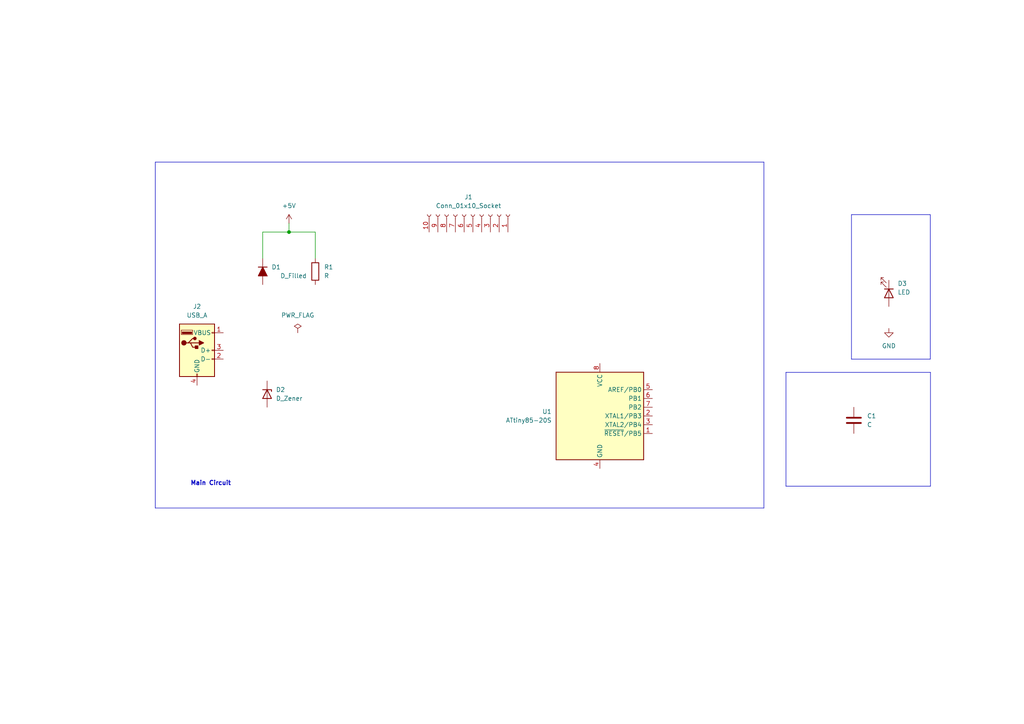
<source format=kicad_sch>
(kicad_sch
	(version 20231120)
	(generator "eeschema")
	(generator_version "8.0")
	(uuid "f2c20679-f28d-47ad-9191-2bfbde129570")
	(paper "A4")
	(title_block
		(date "2024-03-18")
		(rev "version Test2024")
		(company "UCC")
		(comment 1 "proyectoBase2024")
	)
	(lib_symbols
		(symbol "+5V_1"
			(power)
			(pin_names
				(offset 0)
			)
			(exclude_from_sim no)
			(in_bom yes)
			(on_board yes)
			(property "Reference" "#PWR"
				(at 0 -3.81 0)
				(effects
					(font
						(size 1.27 1.27)
					)
					(hide yes)
				)
			)
			(property "Value" "+5V_1"
				(at 0 3.556 0)
				(effects
					(font
						(size 1.27 1.27)
					)
				)
			)
			(property "Footprint" ""
				(at 0 0 0)
				(effects
					(font
						(size 1.27 1.27)
					)
					(hide yes)
				)
			)
			(property "Datasheet" ""
				(at 0 0 0)
				(effects
					(font
						(size 1.27 1.27)
					)
					(hide yes)
				)
			)
			(property "Description" "Power symbol creates a global label with name \"+5V\""
				(at 0 0 0)
				(effects
					(font
						(size 1.27 1.27)
					)
					(hide yes)
				)
			)
			(property "ki_keywords" "global power"
				(at 0 0 0)
				(effects
					(font
						(size 1.27 1.27)
					)
					(hide yes)
				)
			)
			(symbol "+5V_1_0_1"
				(polyline
					(pts
						(xy -0.762 1.27) (xy 0 2.54)
					)
					(stroke
						(width 0)
						(type default)
					)
					(fill
						(type none)
					)
				)
				(polyline
					(pts
						(xy 0 0) (xy 0 2.54)
					)
					(stroke
						(width 0)
						(type default)
					)
					(fill
						(type none)
					)
				)
				(polyline
					(pts
						(xy 0 2.54) (xy 0.762 1.27)
					)
					(stroke
						(width 0)
						(type default)
					)
					(fill
						(type none)
					)
				)
			)
			(symbol "+5V_1_1_1"
				(pin power_in line
					(at 0 0 90)
					(length 0) hide
					(name "+5V"
						(effects
							(font
								(size 1.27 1.27)
							)
						)
					)
					(number "1"
						(effects
							(font
								(size 1.27 1.27)
							)
						)
					)
				)
			)
		)
		(symbol "Connector:Conn_01x10_Socket"
			(pin_names
				(offset 1.016) hide)
			(exclude_from_sim no)
			(in_bom yes)
			(on_board yes)
			(property "Reference" "J"
				(at 0 12.7 0)
				(effects
					(font
						(size 1.27 1.27)
					)
				)
			)
			(property "Value" "Conn_01x10_Socket"
				(at 0 -15.24 0)
				(effects
					(font
						(size 1.27 1.27)
					)
				)
			)
			(property "Footprint" ""
				(at 0 0 0)
				(effects
					(font
						(size 1.27 1.27)
					)
					(hide yes)
				)
			)
			(property "Datasheet" "~"
				(at 0 0 0)
				(effects
					(font
						(size 1.27 1.27)
					)
					(hide yes)
				)
			)
			(property "Description" "Generic connector, single row, 01x10, script generated"
				(at 0 0 0)
				(effects
					(font
						(size 1.27 1.27)
					)
					(hide yes)
				)
			)
			(property "ki_locked" ""
				(at 0 0 0)
				(effects
					(font
						(size 1.27 1.27)
					)
				)
			)
			(property "ki_keywords" "connector"
				(at 0 0 0)
				(effects
					(font
						(size 1.27 1.27)
					)
					(hide yes)
				)
			)
			(property "ki_fp_filters" "Connector*:*_1x??_*"
				(at 0 0 0)
				(effects
					(font
						(size 1.27 1.27)
					)
					(hide yes)
				)
			)
			(symbol "Conn_01x10_Socket_1_1"
				(arc
					(start 0 -12.192)
					(mid -0.5058 -12.7)
					(end 0 -13.208)
					(stroke
						(width 0.1524)
						(type default)
					)
					(fill
						(type none)
					)
				)
				(arc
					(start 0 -9.652)
					(mid -0.5058 -10.16)
					(end 0 -10.668)
					(stroke
						(width 0.1524)
						(type default)
					)
					(fill
						(type none)
					)
				)
				(arc
					(start 0 -7.112)
					(mid -0.5058 -7.62)
					(end 0 -8.128)
					(stroke
						(width 0.1524)
						(type default)
					)
					(fill
						(type none)
					)
				)
				(arc
					(start 0 -4.572)
					(mid -0.5058 -5.08)
					(end 0 -5.588)
					(stroke
						(width 0.1524)
						(type default)
					)
					(fill
						(type none)
					)
				)
				(arc
					(start 0 -2.032)
					(mid -0.5058 -2.54)
					(end 0 -3.048)
					(stroke
						(width 0.1524)
						(type default)
					)
					(fill
						(type none)
					)
				)
				(polyline
					(pts
						(xy -1.27 -12.7) (xy -0.508 -12.7)
					)
					(stroke
						(width 0.1524)
						(type default)
					)
					(fill
						(type none)
					)
				)
				(polyline
					(pts
						(xy -1.27 -10.16) (xy -0.508 -10.16)
					)
					(stroke
						(width 0.1524)
						(type default)
					)
					(fill
						(type none)
					)
				)
				(polyline
					(pts
						(xy -1.27 -7.62) (xy -0.508 -7.62)
					)
					(stroke
						(width 0.1524)
						(type default)
					)
					(fill
						(type none)
					)
				)
				(polyline
					(pts
						(xy -1.27 -5.08) (xy -0.508 -5.08)
					)
					(stroke
						(width 0.1524)
						(type default)
					)
					(fill
						(type none)
					)
				)
				(polyline
					(pts
						(xy -1.27 -2.54) (xy -0.508 -2.54)
					)
					(stroke
						(width 0.1524)
						(type default)
					)
					(fill
						(type none)
					)
				)
				(polyline
					(pts
						(xy -1.27 0) (xy -0.508 0)
					)
					(stroke
						(width 0.1524)
						(type default)
					)
					(fill
						(type none)
					)
				)
				(polyline
					(pts
						(xy -1.27 2.54) (xy -0.508 2.54)
					)
					(stroke
						(width 0.1524)
						(type default)
					)
					(fill
						(type none)
					)
				)
				(polyline
					(pts
						(xy -1.27 5.08) (xy -0.508 5.08)
					)
					(stroke
						(width 0.1524)
						(type default)
					)
					(fill
						(type none)
					)
				)
				(polyline
					(pts
						(xy -1.27 7.62) (xy -0.508 7.62)
					)
					(stroke
						(width 0.1524)
						(type default)
					)
					(fill
						(type none)
					)
				)
				(polyline
					(pts
						(xy -1.27 10.16) (xy -0.508 10.16)
					)
					(stroke
						(width 0.1524)
						(type default)
					)
					(fill
						(type none)
					)
				)
				(arc
					(start 0 0.508)
					(mid -0.5058 0)
					(end 0 -0.508)
					(stroke
						(width 0.1524)
						(type default)
					)
					(fill
						(type none)
					)
				)
				(arc
					(start 0 3.048)
					(mid -0.5058 2.54)
					(end 0 2.032)
					(stroke
						(width 0.1524)
						(type default)
					)
					(fill
						(type none)
					)
				)
				(arc
					(start 0 5.588)
					(mid -0.5058 5.08)
					(end 0 4.572)
					(stroke
						(width 0.1524)
						(type default)
					)
					(fill
						(type none)
					)
				)
				(arc
					(start 0 8.128)
					(mid -0.5058 7.62)
					(end 0 7.112)
					(stroke
						(width 0.1524)
						(type default)
					)
					(fill
						(type none)
					)
				)
				(arc
					(start 0 10.668)
					(mid -0.5058 10.16)
					(end 0 9.652)
					(stroke
						(width 0.1524)
						(type default)
					)
					(fill
						(type none)
					)
				)
				(pin passive line
					(at -5.08 10.16 0)
					(length 3.81)
					(name "Pin_1"
						(effects
							(font
								(size 1.27 1.27)
							)
						)
					)
					(number "1"
						(effects
							(font
								(size 1.27 1.27)
							)
						)
					)
				)
				(pin passive line
					(at -5.08 -12.7 0)
					(length 3.81)
					(name "Pin_10"
						(effects
							(font
								(size 1.27 1.27)
							)
						)
					)
					(number "10"
						(effects
							(font
								(size 1.27 1.27)
							)
						)
					)
				)
				(pin passive line
					(at -5.08 7.62 0)
					(length 3.81)
					(name "Pin_2"
						(effects
							(font
								(size 1.27 1.27)
							)
						)
					)
					(number "2"
						(effects
							(font
								(size 1.27 1.27)
							)
						)
					)
				)
				(pin passive line
					(at -5.08 5.08 0)
					(length 3.81)
					(name "Pin_3"
						(effects
							(font
								(size 1.27 1.27)
							)
						)
					)
					(number "3"
						(effects
							(font
								(size 1.27 1.27)
							)
						)
					)
				)
				(pin passive line
					(at -5.08 2.54 0)
					(length 3.81)
					(name "Pin_4"
						(effects
							(font
								(size 1.27 1.27)
							)
						)
					)
					(number "4"
						(effects
							(font
								(size 1.27 1.27)
							)
						)
					)
				)
				(pin passive line
					(at -5.08 0 0)
					(length 3.81)
					(name "Pin_5"
						(effects
							(font
								(size 1.27 1.27)
							)
						)
					)
					(number "5"
						(effects
							(font
								(size 1.27 1.27)
							)
						)
					)
				)
				(pin passive line
					(at -5.08 -2.54 0)
					(length 3.81)
					(name "Pin_6"
						(effects
							(font
								(size 1.27 1.27)
							)
						)
					)
					(number "6"
						(effects
							(font
								(size 1.27 1.27)
							)
						)
					)
				)
				(pin passive line
					(at -5.08 -5.08 0)
					(length 3.81)
					(name "Pin_7"
						(effects
							(font
								(size 1.27 1.27)
							)
						)
					)
					(number "7"
						(effects
							(font
								(size 1.27 1.27)
							)
						)
					)
				)
				(pin passive line
					(at -5.08 -7.62 0)
					(length 3.81)
					(name "Pin_8"
						(effects
							(font
								(size 1.27 1.27)
							)
						)
					)
					(number "8"
						(effects
							(font
								(size 1.27 1.27)
							)
						)
					)
				)
				(pin passive line
					(at -5.08 -10.16 0)
					(length 3.81)
					(name "Pin_9"
						(effects
							(font
								(size 1.27 1.27)
							)
						)
					)
					(number "9"
						(effects
							(font
								(size 1.27 1.27)
							)
						)
					)
				)
			)
		)
		(symbol "Connector:USB_A"
			(pin_names
				(offset 1.016)
			)
			(exclude_from_sim no)
			(in_bom yes)
			(on_board yes)
			(property "Reference" "J2"
				(at 0 12.7 0)
				(effects
					(font
						(size 1.27 1.27)
					)
				)
			)
			(property "Value" "USB_A"
				(at 0 10.16 0)
				(effects
					(font
						(size 1.27 1.27)
					)
				)
			)
			(property "Footprint" ""
				(at 3.81 -1.27 0)
				(effects
					(font
						(size 1.27 1.27)
					)
					(hide yes)
				)
			)
			(property "Datasheet" " ~"
				(at 3.81 -1.27 0)
				(effects
					(font
						(size 1.27 1.27)
					)
					(hide yes)
				)
			)
			(property "Description" "USB Type A connector"
				(at 0 0 0)
				(effects
					(font
						(size 1.27 1.27)
					)
					(hide yes)
				)
			)
			(property "ki_keywords" "connector USB"
				(at 0 0 0)
				(effects
					(font
						(size 1.27 1.27)
					)
					(hide yes)
				)
			)
			(property "ki_fp_filters" "USB*"
				(at 0 0 0)
				(effects
					(font
						(size 1.27 1.27)
					)
					(hide yes)
				)
			)
			(symbol "USB_A_0_1"
				(rectangle
					(start -5.08 -7.62)
					(end 5.08 7.62)
					(stroke
						(width 0.254)
						(type default)
					)
					(fill
						(type background)
					)
				)
				(circle
					(center -3.81 2.159)
					(radius 0.635)
					(stroke
						(width 0.254)
						(type default)
					)
					(fill
						(type outline)
					)
				)
				(rectangle
					(start -1.524 4.826)
					(end -4.318 5.334)
					(stroke
						(width 0)
						(type default)
					)
					(fill
						(type outline)
					)
				)
				(rectangle
					(start -1.27 4.572)
					(end -4.572 5.842)
					(stroke
						(width 0)
						(type default)
					)
					(fill
						(type none)
					)
				)
				(circle
					(center -0.635 3.429)
					(radius 0.381)
					(stroke
						(width 0.254)
						(type default)
					)
					(fill
						(type outline)
					)
				)
				(rectangle
					(start -0.127 -7.62)
					(end 0.127 -6.858)
					(stroke
						(width 0)
						(type default)
					)
					(fill
						(type none)
					)
				)
				(polyline
					(pts
						(xy -3.175 2.159) (xy -2.54 2.159) (xy -1.27 3.429) (xy -0.635 3.429)
					)
					(stroke
						(width 0.254)
						(type default)
					)
					(fill
						(type none)
					)
				)
				(polyline
					(pts
						(xy -2.54 2.159) (xy -1.905 2.159) (xy -1.27 0.889) (xy 0 0.889)
					)
					(stroke
						(width 0.254)
						(type default)
					)
					(fill
						(type none)
					)
				)
				(polyline
					(pts
						(xy 0.635 2.794) (xy 0.635 1.524) (xy 1.905 2.159) (xy 0.635 2.794)
					)
					(stroke
						(width 0.254)
						(type default)
					)
					(fill
						(type outline)
					)
				)
				(rectangle
					(start 0.254 1.27)
					(end -0.508 0.508)
					(stroke
						(width 0.254)
						(type default)
					)
					(fill
						(type outline)
					)
				)
				(rectangle
					(start 5.08 -2.667)
					(end 4.318 -2.413)
					(stroke
						(width 0)
						(type default)
					)
					(fill
						(type none)
					)
				)
				(rectangle
					(start 5.08 -0.127)
					(end 4.318 0.127)
					(stroke
						(width 0)
						(type default)
					)
					(fill
						(type none)
					)
				)
				(rectangle
					(start 5.08 4.953)
					(end 4.318 5.207)
					(stroke
						(width 0)
						(type default)
					)
					(fill
						(type none)
					)
				)
			)
			(symbol "USB_A_1_1"
				(polyline
					(pts
						(xy -1.905 2.159) (xy 0.635 2.159)
					)
					(stroke
						(width 0.254)
						(type default)
					)
					(fill
						(type none)
					)
				)
				(pin power_in line
					(at 7.62 5.08 180)
					(length 2.54)
					(name "VBUS"
						(effects
							(font
								(size 1.27 1.27)
							)
						)
					)
					(number "1"
						(effects
							(font
								(size 1.27 1.27)
							)
						)
					)
				)
				(pin bidirectional line
					(at 7.62 -2.54 180)
					(length 2.54)
					(name "D-"
						(effects
							(font
								(size 1.27 1.27)
							)
						)
					)
					(number "2"
						(effects
							(font
								(size 1.27 1.27)
							)
						)
					)
				)
				(pin bidirectional line
					(at 7.62 0 180)
					(length 2.54)
					(name "D+"
						(effects
							(font
								(size 1.27 1.27)
							)
						)
					)
					(number "3"
						(effects
							(font
								(size 1.27 1.27)
							)
						)
					)
				)
				(pin power_in line
					(at 0 -10.16 90)
					(length 2.54)
					(name "GND"
						(effects
							(font
								(size 1.27 1.27)
							)
						)
					)
					(number "4"
						(effects
							(font
								(size 1.27 1.27)
							)
						)
					)
				)
			)
		)
		(symbol "D_Filled_1"
			(pin_numbers hide)
			(pin_names
				(offset 1.016) hide)
			(exclude_from_sim no)
			(in_bom yes)
			(on_board yes)
			(property "Reference" "D"
				(at 0 2.54 0)
				(effects
					(font
						(size 1.27 1.27)
					)
				)
			)
			(property "Value" "D_Filled"
				(at 0 -2.54 0)
				(effects
					(font
						(size 1.27 1.27)
					)
				)
			)
			(property "Footprint" ""
				(at 0 0 0)
				(effects
					(font
						(size 1.27 1.27)
					)
					(hide yes)
				)
			)
			(property "Datasheet" "~"
				(at 0 0 0)
				(effects
					(font
						(size 1.27 1.27)
					)
					(hide yes)
				)
			)
			(property "Description" "Diode, filled shape"
				(at 0 0 0)
				(effects
					(font
						(size 1.27 1.27)
					)
					(hide yes)
				)
			)
			(property "Sim.Device" "D"
				(at 0 0 0)
				(effects
					(font
						(size 1.27 1.27)
					)
					(hide yes)
				)
			)
			(property "Sim.Pins" "1=K 2=A"
				(at 0 0 0)
				(effects
					(font
						(size 1.27 1.27)
					)
					(hide yes)
				)
			)
			(property "ki_keywords" "diode"
				(at 0 0 0)
				(effects
					(font
						(size 1.27 1.27)
					)
					(hide yes)
				)
			)
			(property "ki_fp_filters" "TO-???* *_Diode_* *SingleDiode* D_*"
				(at 0 0 0)
				(effects
					(font
						(size 1.27 1.27)
					)
					(hide yes)
				)
			)
			(symbol "D_Filled_1_0_1"
				(polyline
					(pts
						(xy -1.27 1.27) (xy -1.27 -1.27)
					)
					(stroke
						(width 0.254)
						(type default)
					)
					(fill
						(type none)
					)
				)
				(polyline
					(pts
						(xy 1.27 0) (xy -1.27 0)
					)
					(stroke
						(width 0)
						(type default)
					)
					(fill
						(type none)
					)
				)
				(polyline
					(pts
						(xy 1.27 1.27) (xy 1.27 -1.27) (xy -1.27 0) (xy 1.27 1.27)
					)
					(stroke
						(width 0.254)
						(type default)
					)
					(fill
						(type outline)
					)
				)
			)
			(symbol "D_Filled_1_1_1"
				(pin passive line
					(at -3.81 0 0)
					(length 2.54)
					(name "K"
						(effects
							(font
								(size 1.27 1.27)
							)
						)
					)
					(number "1"
						(effects
							(font
								(size 1.27 1.27)
							)
						)
					)
				)
				(pin passive line
					(at 3.81 0 180)
					(length 2.54)
					(name "A"
						(effects
							(font
								(size 1.27 1.27)
							)
						)
					)
					(number "2"
						(effects
							(font
								(size 1.27 1.27)
							)
						)
					)
				)
			)
		)
		(symbol "Device:C"
			(pin_numbers hide)
			(pin_names
				(offset 0.254)
			)
			(exclude_from_sim no)
			(in_bom yes)
			(on_board yes)
			(property "Reference" "C"
				(at 0.635 2.54 0)
				(effects
					(font
						(size 1.27 1.27)
					)
					(justify left)
				)
			)
			(property "Value" "C"
				(at 0.635 -2.54 0)
				(effects
					(font
						(size 1.27 1.27)
					)
					(justify left)
				)
			)
			(property "Footprint" ""
				(at 0.9652 -3.81 0)
				(effects
					(font
						(size 1.27 1.27)
					)
					(hide yes)
				)
			)
			(property "Datasheet" "~"
				(at 0 0 0)
				(effects
					(font
						(size 1.27 1.27)
					)
					(hide yes)
				)
			)
			(property "Description" "Unpolarized capacitor"
				(at 0 0 0)
				(effects
					(font
						(size 1.27 1.27)
					)
					(hide yes)
				)
			)
			(property "ki_keywords" "cap capacitor"
				(at 0 0 0)
				(effects
					(font
						(size 1.27 1.27)
					)
					(hide yes)
				)
			)
			(property "ki_fp_filters" "C_*"
				(at 0 0 0)
				(effects
					(font
						(size 1.27 1.27)
					)
					(hide yes)
				)
			)
			(symbol "C_0_1"
				(polyline
					(pts
						(xy -2.032 -0.762) (xy 2.032 -0.762)
					)
					(stroke
						(width 0.508)
						(type default)
					)
					(fill
						(type none)
					)
				)
				(polyline
					(pts
						(xy -2.032 0.762) (xy 2.032 0.762)
					)
					(stroke
						(width 0.508)
						(type default)
					)
					(fill
						(type none)
					)
				)
			)
			(symbol "C_1_1"
				(pin passive line
					(at 0 3.81 270)
					(length 2.794)
					(name "~"
						(effects
							(font
								(size 1.27 1.27)
							)
						)
					)
					(number "1"
						(effects
							(font
								(size 1.27 1.27)
							)
						)
					)
				)
				(pin passive line
					(at 0 -3.81 90)
					(length 2.794)
					(name "~"
						(effects
							(font
								(size 1.27 1.27)
							)
						)
					)
					(number "2"
						(effects
							(font
								(size 1.27 1.27)
							)
						)
					)
				)
			)
		)
		(symbol "Device:D_Zener"
			(pin_numbers hide)
			(pin_names
				(offset 1.016) hide)
			(exclude_from_sim no)
			(in_bom yes)
			(on_board yes)
			(property "Reference" "D"
				(at 0 2.54 0)
				(effects
					(font
						(size 1.27 1.27)
					)
				)
			)
			(property "Value" "D_Zener"
				(at 0 -2.54 0)
				(effects
					(font
						(size 1.27 1.27)
					)
				)
			)
			(property "Footprint" ""
				(at 0 0 0)
				(effects
					(font
						(size 1.27 1.27)
					)
					(hide yes)
				)
			)
			(property "Datasheet" "~"
				(at 0 0 0)
				(effects
					(font
						(size 1.27 1.27)
					)
					(hide yes)
				)
			)
			(property "Description" "Zener diode"
				(at 0 0 0)
				(effects
					(font
						(size 1.27 1.27)
					)
					(hide yes)
				)
			)
			(property "ki_keywords" "diode"
				(at 0 0 0)
				(effects
					(font
						(size 1.27 1.27)
					)
					(hide yes)
				)
			)
			(property "ki_fp_filters" "TO-???* *_Diode_* *SingleDiode* D_*"
				(at 0 0 0)
				(effects
					(font
						(size 1.27 1.27)
					)
					(hide yes)
				)
			)
			(symbol "D_Zener_0_1"
				(polyline
					(pts
						(xy 1.27 0) (xy -1.27 0)
					)
					(stroke
						(width 0)
						(type default)
					)
					(fill
						(type none)
					)
				)
				(polyline
					(pts
						(xy -1.27 -1.27) (xy -1.27 1.27) (xy -0.762 1.27)
					)
					(stroke
						(width 0.254)
						(type default)
					)
					(fill
						(type none)
					)
				)
				(polyline
					(pts
						(xy 1.27 -1.27) (xy 1.27 1.27) (xy -1.27 0) (xy 1.27 -1.27)
					)
					(stroke
						(width 0.254)
						(type default)
					)
					(fill
						(type none)
					)
				)
			)
			(symbol "D_Zener_1_1"
				(pin passive line
					(at -3.81 0 0)
					(length 2.54)
					(name "K"
						(effects
							(font
								(size 1.27 1.27)
							)
						)
					)
					(number "1"
						(effects
							(font
								(size 1.27 1.27)
							)
						)
					)
				)
				(pin passive line
					(at 3.81 0 180)
					(length 2.54)
					(name "A"
						(effects
							(font
								(size 1.27 1.27)
							)
						)
					)
					(number "2"
						(effects
							(font
								(size 1.27 1.27)
							)
						)
					)
				)
			)
		)
		(symbol "Device:LED"
			(pin_numbers hide)
			(pin_names
				(offset 1.016) hide)
			(exclude_from_sim no)
			(in_bom yes)
			(on_board yes)
			(property "Reference" "D"
				(at 0 2.54 0)
				(effects
					(font
						(size 1.27 1.27)
					)
				)
			)
			(property "Value" "LED"
				(at 0 -2.54 0)
				(effects
					(font
						(size 1.27 1.27)
					)
				)
			)
			(property "Footprint" ""
				(at 0 0 0)
				(effects
					(font
						(size 1.27 1.27)
					)
					(hide yes)
				)
			)
			(property "Datasheet" "~"
				(at 0 0 0)
				(effects
					(font
						(size 1.27 1.27)
					)
					(hide yes)
				)
			)
			(property "Description" "Light emitting diode"
				(at 0 0 0)
				(effects
					(font
						(size 1.27 1.27)
					)
					(hide yes)
				)
			)
			(property "ki_keywords" "LED diode"
				(at 0 0 0)
				(effects
					(font
						(size 1.27 1.27)
					)
					(hide yes)
				)
			)
			(property "ki_fp_filters" "LED* LED_SMD:* LED_THT:*"
				(at 0 0 0)
				(effects
					(font
						(size 1.27 1.27)
					)
					(hide yes)
				)
			)
			(symbol "LED_0_1"
				(polyline
					(pts
						(xy -1.27 -1.27) (xy -1.27 1.27)
					)
					(stroke
						(width 0.254)
						(type default)
					)
					(fill
						(type none)
					)
				)
				(polyline
					(pts
						(xy -1.27 0) (xy 1.27 0)
					)
					(stroke
						(width 0)
						(type default)
					)
					(fill
						(type none)
					)
				)
				(polyline
					(pts
						(xy 1.27 -1.27) (xy 1.27 1.27) (xy -1.27 0) (xy 1.27 -1.27)
					)
					(stroke
						(width 0.254)
						(type default)
					)
					(fill
						(type none)
					)
				)
				(polyline
					(pts
						(xy -3.048 -0.762) (xy -4.572 -2.286) (xy -3.81 -2.286) (xy -4.572 -2.286) (xy -4.572 -1.524)
					)
					(stroke
						(width 0)
						(type default)
					)
					(fill
						(type none)
					)
				)
				(polyline
					(pts
						(xy -1.778 -0.762) (xy -3.302 -2.286) (xy -2.54 -2.286) (xy -3.302 -2.286) (xy -3.302 -1.524)
					)
					(stroke
						(width 0)
						(type default)
					)
					(fill
						(type none)
					)
				)
			)
			(symbol "LED_1_1"
				(pin passive line
					(at -3.81 0 0)
					(length 2.54)
					(name "K"
						(effects
							(font
								(size 1.27 1.27)
							)
						)
					)
					(number "1"
						(effects
							(font
								(size 1.27 1.27)
							)
						)
					)
				)
				(pin passive line
					(at 3.81 0 180)
					(length 2.54)
					(name "A"
						(effects
							(font
								(size 1.27 1.27)
							)
						)
					)
					(number "2"
						(effects
							(font
								(size 1.27 1.27)
							)
						)
					)
				)
			)
		)
		(symbol "Device:R"
			(pin_numbers hide)
			(pin_names
				(offset 0)
			)
			(exclude_from_sim no)
			(in_bom yes)
			(on_board yes)
			(property "Reference" "R"
				(at 2.032 0 90)
				(effects
					(font
						(size 1.27 1.27)
					)
				)
			)
			(property "Value" "R"
				(at 0 0 90)
				(effects
					(font
						(size 1.27 1.27)
					)
				)
			)
			(property "Footprint" ""
				(at -1.778 0 90)
				(effects
					(font
						(size 1.27 1.27)
					)
					(hide yes)
				)
			)
			(property "Datasheet" "~"
				(at 0 0 0)
				(effects
					(font
						(size 1.27 1.27)
					)
					(hide yes)
				)
			)
			(property "Description" "Resistor"
				(at 0 0 0)
				(effects
					(font
						(size 1.27 1.27)
					)
					(hide yes)
				)
			)
			(property "ki_keywords" "R res resistor"
				(at 0 0 0)
				(effects
					(font
						(size 1.27 1.27)
					)
					(hide yes)
				)
			)
			(property "ki_fp_filters" "R_*"
				(at 0 0 0)
				(effects
					(font
						(size 1.27 1.27)
					)
					(hide yes)
				)
			)
			(symbol "R_0_1"
				(rectangle
					(start -1.016 -2.54)
					(end 1.016 2.54)
					(stroke
						(width 0.254)
						(type default)
					)
					(fill
						(type none)
					)
				)
			)
			(symbol "R_1_1"
				(pin passive line
					(at 0 3.81 270)
					(length 1.27)
					(name "~"
						(effects
							(font
								(size 1.27 1.27)
							)
						)
					)
					(number "1"
						(effects
							(font
								(size 1.27 1.27)
							)
						)
					)
				)
				(pin passive line
					(at 0 -3.81 90)
					(length 1.27)
					(name "~"
						(effects
							(font
								(size 1.27 1.27)
							)
						)
					)
					(number "2"
						(effects
							(font
								(size 1.27 1.27)
							)
						)
					)
				)
			)
		)
		(symbol "GND_1"
			(power)
			(pin_names
				(offset 0)
			)
			(exclude_from_sim no)
			(in_bom yes)
			(on_board yes)
			(property "Reference" "#PWR"
				(at 0 -6.35 0)
				(effects
					(font
						(size 1.27 1.27)
					)
					(hide yes)
				)
			)
			(property "Value" "GND_1"
				(at 0 -3.81 0)
				(effects
					(font
						(size 1.27 1.27)
					)
				)
			)
			(property "Footprint" ""
				(at 0 0 0)
				(effects
					(font
						(size 1.27 1.27)
					)
					(hide yes)
				)
			)
			(property "Datasheet" ""
				(at 0 0 0)
				(effects
					(font
						(size 1.27 1.27)
					)
					(hide yes)
				)
			)
			(property "Description" "Power symbol creates a global label with name \"GND\" , ground"
				(at 0 0 0)
				(effects
					(font
						(size 1.27 1.27)
					)
					(hide yes)
				)
			)
			(property "ki_keywords" "global power"
				(at 0 0 0)
				(effects
					(font
						(size 1.27 1.27)
					)
					(hide yes)
				)
			)
			(symbol "GND_1_0_1"
				(polyline
					(pts
						(xy 0 0) (xy 0 -1.27) (xy 1.27 -1.27) (xy 0 -2.54) (xy -1.27 -1.27) (xy 0 -1.27)
					)
					(stroke
						(width 0)
						(type default)
					)
					(fill
						(type none)
					)
				)
			)
			(symbol "GND_1_1_1"
				(pin power_in line
					(at 0 0 270)
					(length 0) hide
					(name "GND"
						(effects
							(font
								(size 1.27 1.27)
							)
						)
					)
					(number "1"
						(effects
							(font
								(size 1.27 1.27)
							)
						)
					)
				)
			)
		)
		(symbol "MCU_Microchip_ATtiny:ATtiny85-20S"
			(exclude_from_sim no)
			(in_bom yes)
			(on_board yes)
			(property "Reference" "U"
				(at -12.7 13.97 0)
				(effects
					(font
						(size 1.27 1.27)
					)
					(justify left bottom)
				)
			)
			(property "Value" "ATtiny85-20S"
				(at 2.54 -13.97 0)
				(effects
					(font
						(size 1.27 1.27)
					)
					(justify left top)
				)
			)
			(property "Footprint" "Package_SO:SOIC-8W_5.3x5.3mm_P1.27mm"
				(at 0 0 0)
				(effects
					(font
						(size 1.27 1.27)
						(italic yes)
					)
					(hide yes)
				)
			)
			(property "Datasheet" "http://ww1.microchip.com/downloads/en/DeviceDoc/atmel-2586-avr-8-bit-microcontroller-attiny25-attiny45-attiny85_datasheet.pdf"
				(at 0 0 0)
				(effects
					(font
						(size 1.27 1.27)
					)
					(hide yes)
				)
			)
			(property "Description" "20MHz, 8kB Flash, 512B SRAM, 512B EEPROM, debugWIRE, SOIC-8W"
				(at 0 0 0)
				(effects
					(font
						(size 1.27 1.27)
					)
					(hide yes)
				)
			)
			(property "ki_keywords" "AVR 8bit Microcontroller tinyAVR"
				(at 0 0 0)
				(effects
					(font
						(size 1.27 1.27)
					)
					(hide yes)
				)
			)
			(property "ki_fp_filters" "SOIC*5.3x5.3mm*P1.27mm*"
				(at 0 0 0)
				(effects
					(font
						(size 1.27 1.27)
					)
					(hide yes)
				)
			)
			(symbol "ATtiny85-20S_0_1"
				(rectangle
					(start -12.7 -12.7)
					(end 12.7 12.7)
					(stroke
						(width 0.254)
						(type default)
					)
					(fill
						(type background)
					)
				)
			)
			(symbol "ATtiny85-20S_1_1"
				(pin bidirectional line
					(at 15.24 -5.08 180)
					(length 2.54)
					(name "~{RESET}/PB5"
						(effects
							(font
								(size 1.27 1.27)
							)
						)
					)
					(number "1"
						(effects
							(font
								(size 1.27 1.27)
							)
						)
					)
				)
				(pin bidirectional line
					(at 15.24 0 180)
					(length 2.54)
					(name "XTAL1/PB3"
						(effects
							(font
								(size 1.27 1.27)
							)
						)
					)
					(number "2"
						(effects
							(font
								(size 1.27 1.27)
							)
						)
					)
				)
				(pin bidirectional line
					(at 15.24 -2.54 180)
					(length 2.54)
					(name "XTAL2/PB4"
						(effects
							(font
								(size 1.27 1.27)
							)
						)
					)
					(number "3"
						(effects
							(font
								(size 1.27 1.27)
							)
						)
					)
				)
				(pin power_in line
					(at 0 -15.24 90)
					(length 2.54)
					(name "GND"
						(effects
							(font
								(size 1.27 1.27)
							)
						)
					)
					(number "4"
						(effects
							(font
								(size 1.27 1.27)
							)
						)
					)
				)
				(pin bidirectional line
					(at 15.24 7.62 180)
					(length 2.54)
					(name "AREF/PB0"
						(effects
							(font
								(size 1.27 1.27)
							)
						)
					)
					(number "5"
						(effects
							(font
								(size 1.27 1.27)
							)
						)
					)
				)
				(pin bidirectional line
					(at 15.24 5.08 180)
					(length 2.54)
					(name "PB1"
						(effects
							(font
								(size 1.27 1.27)
							)
						)
					)
					(number "6"
						(effects
							(font
								(size 1.27 1.27)
							)
						)
					)
				)
				(pin bidirectional line
					(at 15.24 2.54 180)
					(length 2.54)
					(name "PB2"
						(effects
							(font
								(size 1.27 1.27)
							)
						)
					)
					(number "7"
						(effects
							(font
								(size 1.27 1.27)
							)
						)
					)
				)
				(pin power_in line
					(at 0 15.24 270)
					(length 2.54)
					(name "VCC"
						(effects
							(font
								(size 1.27 1.27)
							)
						)
					)
					(number "8"
						(effects
							(font
								(size 1.27 1.27)
							)
						)
					)
				)
			)
		)
		(symbol "PWR_FLAG_1"
			(power)
			(pin_numbers hide)
			(pin_names
				(offset 0) hide)
			(exclude_from_sim no)
			(in_bom yes)
			(on_board yes)
			(property "Reference" "#FLG"
				(at 0 1.905 0)
				(effects
					(font
						(size 1.27 1.27)
					)
					(hide yes)
				)
			)
			(property "Value" "PWR_FLAG_1"
				(at 0 3.81 0)
				(effects
					(font
						(size 1.27 1.27)
					)
				)
			)
			(property "Footprint" ""
				(at 0 0 0)
				(effects
					(font
						(size 1.27 1.27)
					)
					(hide yes)
				)
			)
			(property "Datasheet" "~"
				(at 0 0 0)
				(effects
					(font
						(size 1.27 1.27)
					)
					(hide yes)
				)
			)
			(property "Description" "Special symbol for telling ERC where power comes from"
				(at 0 0 0)
				(effects
					(font
						(size 1.27 1.27)
					)
					(hide yes)
				)
			)
			(property "ki_keywords" "flag power"
				(at 0 0 0)
				(effects
					(font
						(size 1.27 1.27)
					)
					(hide yes)
				)
			)
			(symbol "PWR_FLAG_1_0_0"
				(pin power_out line
					(at 0 0 90)
					(length 0)
					(name "pwr"
						(effects
							(font
								(size 1.27 1.27)
							)
						)
					)
					(number "1"
						(effects
							(font
								(size 1.27 1.27)
							)
						)
					)
				)
			)
			(symbol "PWR_FLAG_1_0_1"
				(polyline
					(pts
						(xy 0 0) (xy 0 1.27) (xy -1.016 1.905) (xy 0 2.54) (xy 1.016 1.905) (xy 0 1.27)
					)
					(stroke
						(width 0)
						(type default)
					)
					(fill
						(type none)
					)
				)
			)
		)
	)
	(junction
		(at 83.82 67.31)
		(diameter 0)
		(color 0 0 0 0)
		(uuid "45e23898-725d-4312-9589-842bbc39b85b")
	)
	(polyline
		(pts
			(xy 45.0342 147.3454) (xy 45.0342 47.0154)
		)
		(stroke
			(width 0)
			(type default)
		)
		(uuid "12c67071-fe67-4f47-a0ca-3ef1ab2bc966")
	)
	(polyline
		(pts
			(xy 221.5642 47.0154) (xy 221.5642 147.3454)
		)
		(stroke
			(width 0)
			(type default)
		)
		(uuid "1f5f82f7-3c3e-40e2-9a00-ce83a042d5ac")
	)
	(wire
		(pts
			(xy 83.82 64.77) (xy 83.82 67.31)
		)
		(stroke
			(width 0)
			(type default)
		)
		(uuid "410248ad-2904-4812-8d85-850535af93ee")
	)
	(wire
		(pts
			(xy 76.2 67.31) (xy 76.2 74.93)
		)
		(stroke
			(width 0)
			(type default)
		)
		(uuid "4c2df597-1210-449c-9045-650fb6953e19")
	)
	(polyline
		(pts
			(xy 269.8242 62.2554) (xy 269.8242 104.1654)
		)
		(stroke
			(width 0)
			(type default)
		)
		(uuid "4eb3e81b-c3fe-4e85-853e-9ce32520e02d")
	)
	(polyline
		(pts
			(xy 227.965 108.0008) (xy 269.875 108.0008)
		)
		(stroke
			(width 0)
			(type default)
		)
		(uuid "654c2277-b153-442b-b460-0cc1001e1bfe")
	)
	(wire
		(pts
			(xy 91.44 74.93) (xy 91.44 67.31)
		)
		(stroke
			(width 0)
			(type default)
		)
		(uuid "665d1084-3d66-40eb-90e9-0b52b7697f60")
	)
	(polyline
		(pts
			(xy 269.8242 104.1654) (xy 246.9642 104.1654)
		)
		(stroke
			(width 0)
			(type default)
		)
		(uuid "73b21d52-5af1-4324-ac82-7fc4e93bc07a")
	)
	(polyline
		(pts
			(xy 227.965 141.0208) (xy 227.965 108.0008)
		)
		(stroke
			(width 0)
			(type default)
		)
		(uuid "7b5ddeea-8245-4000-8222-3f545ae9a1f4")
	)
	(polyline
		(pts
			(xy 221.5642 147.3454) (xy 45.0342 147.3454)
		)
		(stroke
			(width 0)
			(type default)
		)
		(uuid "7ebb2a4f-8cb5-40c6-9206-e43704b68921")
	)
	(wire
		(pts
			(xy 91.44 67.31) (xy 83.82 67.31)
		)
		(stroke
			(width 0)
			(type default)
		)
		(uuid "8de918df-97f3-401f-978b-270bad6ea405")
	)
	(wire
		(pts
			(xy 83.82 67.31) (xy 76.2 67.31)
		)
		(stroke
			(width 0)
			(type default)
		)
		(uuid "b11c46b5-30da-4c8b-87c3-78881e57a632")
	)
	(polyline
		(pts
			(xy 246.9642 104.1654) (xy 246.9642 62.2554)
		)
		(stroke
			(width 0)
			(type default)
		)
		(uuid "c289a2e8-800f-459f-8e02-e4181254dd67")
	)
	(polyline
		(pts
			(xy 246.9642 62.2554) (xy 269.8242 62.2554)
		)
		(stroke
			(width 0)
			(type default)
		)
		(uuid "c5196035-626d-4878-af78-a964605d27be")
	)
	(polyline
		(pts
			(xy 269.875 108.0008) (xy 269.875 141.0208)
		)
		(stroke
			(width 0)
			(type default)
		)
		(uuid "eaa8bceb-f274-422b-90fd-fe4877b72009")
	)
	(polyline
		(pts
			(xy 45.0342 47.0154) (xy 221.5642 47.0154)
		)
		(stroke
			(width 0)
			(type default)
		)
		(uuid "ed367599-b43c-449a-9a14-78d4b79558be")
	)
	(polyline
		(pts
			(xy 269.875 141.0208) (xy 227.965 141.0208)
		)
		(stroke
			(width 0)
			(type default)
		)
		(uuid "f518fdf6-0ceb-48a0-bbc6-ad5fd27a602e")
	)
	(text "Main Circuit"
		(exclude_from_sim no)
		(at 55.1942 140.9954 0)
		(effects
			(font
				(size 1.27 1.27)
				(thickness 0.254)
				(bold yes)
			)
			(justify left bottom)
		)
		(uuid "39ea4496-1b44-485f-ab4a-73accbcc9f99")
	)
	(symbol
		(lib_id "Device:LED")
		(at 257.81 85.09 270)
		(unit 1)
		(exclude_from_sim no)
		(in_bom yes)
		(on_board yes)
		(dnp no)
		(fields_autoplaced yes)
		(uuid "10997108-4d28-41d5-89fd-26fd3e77510d")
		(property "Reference" "D3"
			(at 260.35 82.2325 90)
			(effects
				(font
					(size 1.27 1.27)
				)
				(justify left)
			)
		)
		(property "Value" "LED"
			(at 260.35 84.7725 90)
			(effects
				(font
					(size 1.27 1.27)
				)
				(justify left)
			)
		)
		(property "Footprint" "ledSmd:ledSMD"
			(at 257.81 85.09 0)
			(effects
				(font
					(size 1.27 1.27)
				)
				(hide yes)
			)
		)
		(property "Datasheet" "~"
			(at 257.81 85.09 0)
			(effects
				(font
					(size 1.27 1.27)
				)
				(hide yes)
			)
		)
		(property "Description" ""
			(at 257.81 85.09 0)
			(effects
				(font
					(size 1.27 1.27)
				)
				(hide yes)
			)
		)
		(pin "1"
			(uuid "5fdbb483-66f9-4384-8395-149ad1d2495b")
		)
		(pin "2"
			(uuid "d69da8c4-b4ec-4af5-a00c-745dacc97d94")
		)
		(instances
			(project "UccMicroDuino"
				(path "/f2c20679-f28d-47ad-9191-2bfbde129570"
					(reference "D3")
					(unit 1)
				)
			)
		)
	)
	(symbol
		(lib_id "Device:R")
		(at 91.44 78.74 0)
		(unit 1)
		(exclude_from_sim no)
		(in_bom yes)
		(on_board yes)
		(dnp no)
		(fields_autoplaced yes)
		(uuid "1ad09e81-a9e6-4168-ab8f-f6dc88a2ffca")
		(property "Reference" "R1"
			(at 93.98 77.47 0)
			(effects
				(font
					(size 1.27 1.27)
				)
				(justify left)
			)
		)
		(property "Value" "R"
			(at 93.98 80.01 0)
			(effects
				(font
					(size 1.27 1.27)
				)
				(justify left)
			)
		)
		(property "Footprint" "Resistor_SMD:R_0805_2012Metric_Pad1.20x1.40mm_HandSolder"
			(at 89.662 78.74 90)
			(effects
				(font
					(size 1.27 1.27)
				)
				(hide yes)
			)
		)
		(property "Datasheet" "~"
			(at 91.44 78.74 0)
			(effects
				(font
					(size 1.27 1.27)
				)
				(hide yes)
			)
		)
		(property "Description" ""
			(at 91.44 78.74 0)
			(effects
				(font
					(size 1.27 1.27)
				)
				(hide yes)
			)
		)
		(pin "1"
			(uuid "4e7abc82-5fea-48c4-8ea1-9a8328442143")
		)
		(pin "2"
			(uuid "3db91e4f-0f11-4f40-b079-d1b1281a631f")
		)
		(instances
			(project "Clase 1"
				(path "/e763c805-2d98-46c7-a7c5-10a127323b27"
					(reference "R1")
					(unit 1)
				)
			)
			(project "UccMicroDuino"
				(path "/f2c20679-f28d-47ad-9191-2bfbde129570"
					(reference "R1")
					(unit 1)
				)
			)
		)
	)
	(symbol
		(lib_id "Device:D_Zener")
		(at 77.47 114.3 270)
		(unit 1)
		(exclude_from_sim no)
		(in_bom yes)
		(on_board yes)
		(dnp no)
		(fields_autoplaced yes)
		(uuid "25411291-d1c6-47f7-b371-c9e89490bee3")
		(property "Reference" "D1"
			(at 80.01 113.03 90)
			(effects
				(font
					(size 1.27 1.27)
				)
				(justify left)
			)
		)
		(property "Value" "D_Zener"
			(at 80.01 115.57 90)
			(effects
				(font
					(size 1.27 1.27)
				)
				(justify left)
			)
		)
		(property "Footprint" "Diode_SMD:D_SOD-123"
			(at 77.47 114.3 0)
			(effects
				(font
					(size 1.27 1.27)
				)
				(hide yes)
			)
		)
		(property "Datasheet" "~"
			(at 77.47 114.3 0)
			(effects
				(font
					(size 1.27 1.27)
				)
				(hide yes)
			)
		)
		(property "Description" ""
			(at 77.47 114.3 0)
			(effects
				(font
					(size 1.27 1.27)
				)
				(hide yes)
			)
		)
		(pin "1"
			(uuid "c2a5c4c6-90e3-41f9-bb4f-be5a750c86cd")
		)
		(pin "2"
			(uuid "82b98da4-5a87-49ee-9494-960aaf8dd2a7")
		)
		(instances
			(project "Clase 1"
				(path "/e763c805-2d98-46c7-a7c5-10a127323b27"
					(reference "D1")
					(unit 1)
				)
			)
			(project "UccMicroDuino"
				(path "/f2c20679-f28d-47ad-9191-2bfbde129570"
					(reference "D2")
					(unit 1)
				)
			)
		)
	)
	(symbol
		(lib_id "MCU_Microchip_ATtiny:ATtiny85-20S")
		(at 173.99 120.65 0)
		(unit 1)
		(exclude_from_sim no)
		(in_bom yes)
		(on_board yes)
		(dnp no)
		(fields_autoplaced yes)
		(uuid "333f0dac-2da2-4252-b55d-20da165172bb")
		(property "Reference" "U2"
			(at 160.02 119.38 0)
			(effects
				(font
					(size 1.27 1.27)
				)
				(justify right)
			)
		)
		(property "Value" "ATtiny85-20S"
			(at 160.02 121.92 0)
			(effects
				(font
					(size 1.27 1.27)
				)
				(justify right)
			)
		)
		(property "Footprint" "Package_SO:SOIC-8W_5.3x5.3mm_P1.27mm"
			(at 173.99 120.65 0)
			(effects
				(font
					(size 1.27 1.27)
					(italic yes)
				)
				(hide yes)
			)
		)
		(property "Datasheet" "http://ww1.microchip.com/downloads/en/DeviceDoc/atmel-2586-avr-8-bit-microcontroller-attiny25-attiny45-attiny85_datasheet.pdf"
			(at 173.99 120.65 0)
			(effects
				(font
					(size 1.27 1.27)
				)
				(hide yes)
			)
		)
		(property "Description" ""
			(at 173.99 120.65 0)
			(effects
				(font
					(size 1.27 1.27)
				)
				(hide yes)
			)
		)
		(pin "1"
			(uuid "f2c6d99f-a285-4a32-9cf2-5bf45904140f")
		)
		(pin "2"
			(uuid "b9f90a70-edd7-4fde-a922-a51230db7c64")
		)
		(pin "3"
			(uuid "54d1a8d6-83c8-4e70-8a22-6566cdd95966")
		)
		(pin "4"
			(uuid "5f554262-1a2a-4923-a8d6-fc00c2151943")
		)
		(pin "5"
			(uuid "ef4cd162-704a-4bac-864e-d0916bfe95c8")
		)
		(pin "6"
			(uuid "e0e0d17a-c138-4d68-a5f5-9153c0e1693f")
		)
		(pin "7"
			(uuid "9186f3a7-8d84-48cb-88f1-ea069232b715")
		)
		(pin "8"
			(uuid "3b673756-5089-4995-a6dc-25a2b5f6e068")
		)
		(instances
			(project "Clase 1"
				(path "/e763c805-2d98-46c7-a7c5-10a127323b27"
					(reference "U2")
					(unit 1)
				)
			)
			(project "UccMicroDuino"
				(path "/f2c20679-f28d-47ad-9191-2bfbde129570"
					(reference "U1")
					(unit 1)
				)
			)
		)
	)
	(symbol
		(lib_id "Connector:Conn_01x10_Socket")
		(at 137.16 62.23 270)
		(mirror x)
		(unit 1)
		(exclude_from_sim no)
		(in_bom yes)
		(on_board yes)
		(dnp no)
		(uuid "43f917b8-7bd2-489e-9718-7e0381f2a8f7")
		(property "Reference" "J2"
			(at 135.89 57.15 90)
			(effects
				(font
					(size 1.27 1.27)
				)
			)
		)
		(property "Value" "Conn_01x10_Socket"
			(at 135.89 59.69 90)
			(effects
				(font
					(size 1.27 1.27)
				)
			)
		)
		(property "Footprint" "Connector_PinHeader_2.54mm:PinHeader_1x10_P2.54mm_Vertical"
			(at 137.16 62.23 0)
			(effects
				(font
					(size 1.27 1.27)
				)
				(hide yes)
			)
		)
		(property "Datasheet" "~"
			(at 137.16 62.23 0)
			(effects
				(font
					(size 1.27 1.27)
				)
				(hide yes)
			)
		)
		(property "Description" ""
			(at 137.16 62.23 0)
			(effects
				(font
					(size 1.27 1.27)
				)
				(hide yes)
			)
		)
		(pin "1"
			(uuid "1ad0d284-548c-4c27-9f7e-6f1172cb046b")
		)
		(pin "10"
			(uuid "e88daa34-602c-4e83-9427-aa0dd966ad52")
		)
		(pin "2"
			(uuid "e12f72ec-aa3b-41cf-891c-1a1f2a061f30")
		)
		(pin "3"
			(uuid "cba46278-8e26-49e2-8a18-5c836a1efa69")
		)
		(pin "4"
			(uuid "c31609c3-304a-459d-9a65-5e52e0cdc51e")
		)
		(pin "5"
			(uuid "475d861d-1e74-4dcb-8bc4-ca5faa9d7e3c")
		)
		(pin "6"
			(uuid "fd1a89f4-a391-4977-947d-86409a468e99")
		)
		(pin "7"
			(uuid "4c7918ac-0fb5-45a4-a45d-18f6587b7827")
		)
		(pin "8"
			(uuid "6e9bf377-8b2f-4ca8-9138-4ed8fc92d4db")
		)
		(pin "9"
			(uuid "128fffcc-ce30-4610-bcf0-b122dc043ef6")
		)
		(instances
			(project "Clase 1"
				(path "/e763c805-2d98-46c7-a7c5-10a127323b27"
					(reference "J2")
					(unit 1)
				)
			)
			(project "UccMicroDuino"
				(path "/f2c20679-f28d-47ad-9191-2bfbde129570"
					(reference "J1")
					(unit 1)
				)
			)
		)
	)
	(symbol
		(lib_name "PWR_FLAG_1")
		(lib_id "power:PWR_FLAG")
		(at 86.36 96.52 0)
		(unit 1)
		(exclude_from_sim no)
		(in_bom yes)
		(on_board yes)
		(dnp no)
		(fields_autoplaced yes)
		(uuid "49fc92b4-28bb-410a-802d-2152d1c93b0d")
		(property "Reference" "#FLG02"
			(at 86.36 94.615 0)
			(effects
				(font
					(size 1.27 1.27)
				)
				(hide yes)
			)
		)
		(property "Value" "PWR_FLAG"
			(at 86.36 91.44 0)
			(effects
				(font
					(size 1.27 1.27)
				)
			)
		)
		(property "Footprint" ""
			(at 86.36 96.52 0)
			(effects
				(font
					(size 1.27 1.27)
				)
				(hide yes)
			)
		)
		(property "Datasheet" "~"
			(at 86.36 96.52 0)
			(effects
				(font
					(size 1.27 1.27)
				)
				(hide yes)
			)
		)
		(property "Description" ""
			(at 86.36 96.52 0)
			(effects
				(font
					(size 1.27 1.27)
				)
				(hide yes)
			)
		)
		(pin "1"
			(uuid "80b08540-bb28-4931-98de-b1716fd072d2")
		)
		(instances
			(project "Clase 1"
				(path "/e763c805-2d98-46c7-a7c5-10a127323b27"
					(reference "#FLG02")
					(unit 1)
				)
			)
			(project "UccMicroDuino"
				(path "/f2c20679-f28d-47ad-9191-2bfbde129570"
					(reference "#FLG01")
					(unit 1)
				)
			)
		)
	)
	(symbol
		(lib_id "Connector:USB_A")
		(at 57.15 101.6 0)
		(unit 1)
		(exclude_from_sim no)
		(in_bom yes)
		(on_board yes)
		(dnp no)
		(fields_autoplaced yes)
		(uuid "77930420-63c6-4391-9ed3-fb6ce2bbc1cf")
		(property "Reference" "J2"
			(at 57.15 88.9 0)
			(effects
				(font
					(size 1.27 1.27)
				)
			)
		)
		(property "Value" "USB_A"
			(at 57.15 91.44 0)
			(effects
				(font
					(size 1.27 1.27)
				)
			)
		)
		(property "Footprint" "embeddedPcbUsb:USB_A_UCC"
			(at 60.96 102.87 0)
			(effects
				(font
					(size 1.27 1.27)
				)
				(hide yes)
			)
		)
		(property "Datasheet" " ~"
			(at 60.96 102.87 0)
			(effects
				(font
					(size 1.27 1.27)
				)
				(hide yes)
			)
		)
		(property "Description" ""
			(at 57.15 101.6 0)
			(effects
				(font
					(size 1.27 1.27)
				)
				(hide yes)
			)
		)
		(pin "1"
			(uuid "ff904247-26ce-4f0e-a3b3-f0df86b727d4")
		)
		(pin "2"
			(uuid "7ea7030c-cc1f-469a-aa2a-a3c9f7f708eb")
		)
		(pin "3"
			(uuid "7ecf172f-b592-4cb3-9fad-7d589b618936")
		)
		(pin "4"
			(uuid "25ea8e71-f8e0-42bf-9ee7-9fb4d26ecea3")
		)
		(instances
			(project "UccMicroDuino"
				(path "/f2c20679-f28d-47ad-9191-2bfbde129570"
					(reference "J2")
					(unit 1)
				)
			)
		)
	)
	(symbol
		(lib_name "GND_1")
		(lib_id "power:GND")
		(at 257.81 95.25 0)
		(unit 1)
		(exclude_from_sim no)
		(in_bom yes)
		(on_board yes)
		(dnp no)
		(fields_autoplaced yes)
		(uuid "7da3696d-6381-4689-aac1-5b0136450b8e")
		(property "Reference" "#PWR01"
			(at 257.81 101.6 0)
			(effects
				(font
					(size 1.27 1.27)
				)
				(hide yes)
			)
		)
		(property "Value" "GND"
			(at 257.81 100.33 0)
			(effects
				(font
					(size 1.27 1.27)
				)
			)
		)
		(property "Footprint" ""
			(at 257.81 95.25 0)
			(effects
				(font
					(size 1.27 1.27)
				)
				(hide yes)
			)
		)
		(property "Datasheet" ""
			(at 257.81 95.25 0)
			(effects
				(font
					(size 1.27 1.27)
				)
				(hide yes)
			)
		)
		(property "Description" ""
			(at 257.81 95.25 0)
			(effects
				(font
					(size 1.27 1.27)
				)
				(hide yes)
			)
		)
		(pin "1"
			(uuid "72bacb11-7a6e-4402-9004-64ea7ce7ef8c")
		)
		(instances
			(project "Clase 1"
				(path "/e763c805-2d98-46c7-a7c5-10a127323b27"
					(reference "#PWR01")
					(unit 1)
				)
			)
			(project "UccMicroDuino"
				(path "/f2c20679-f28d-47ad-9191-2bfbde129570"
					(reference "#PWR02")
					(unit 1)
				)
			)
		)
	)
	(symbol
		(lib_name "+5V_1")
		(lib_id "power:+5V")
		(at 83.82 64.77 0)
		(unit 1)
		(exclude_from_sim no)
		(in_bom yes)
		(on_board yes)
		(dnp no)
		(fields_autoplaced yes)
		(uuid "9ba0b043-84e1-417b-8bdb-24206e617e59")
		(property "Reference" "#PWR03"
			(at 83.82 68.58 0)
			(effects
				(font
					(size 1.27 1.27)
				)
				(hide yes)
			)
		)
		(property "Value" "+5V"
			(at 83.82 59.69 0)
			(effects
				(font
					(size 1.27 1.27)
				)
			)
		)
		(property "Footprint" ""
			(at 83.82 64.77 0)
			(effects
				(font
					(size 1.27 1.27)
				)
				(hide yes)
			)
		)
		(property "Datasheet" ""
			(at 83.82 64.77 0)
			(effects
				(font
					(size 1.27 1.27)
				)
				(hide yes)
			)
		)
		(property "Description" ""
			(at 83.82 64.77 0)
			(effects
				(font
					(size 1.27 1.27)
				)
				(hide yes)
			)
		)
		(pin "1"
			(uuid "9d43e0d7-9ccb-444f-9b1a-41336065e22f")
		)
		(instances
			(project "Clase 1"
				(path "/e763c805-2d98-46c7-a7c5-10a127323b27"
					(reference "#PWR03")
					(unit 1)
				)
			)
			(project "UccMicroDuino"
				(path "/f2c20679-f28d-47ad-9191-2bfbde129570"
					(reference "#PWR01")
					(unit 1)
				)
			)
		)
	)
	(symbol
		(lib_id "Device:C")
		(at 247.65 121.92 0)
		(unit 1)
		(exclude_from_sim no)
		(in_bom yes)
		(on_board yes)
		(dnp no)
		(fields_autoplaced yes)
		(uuid "da643e3a-5687-42a8-97a3-22d535a08b74")
		(property "Reference" "C1"
			(at 251.46 120.65 0)
			(effects
				(font
					(size 1.27 1.27)
				)
				(justify left)
			)
		)
		(property "Value" "C"
			(at 251.46 123.19 0)
			(effects
				(font
					(size 1.27 1.27)
				)
				(justify left)
			)
		)
		(property "Footprint" "Capacitor_SMD:C_0805_2012Metric_Pad1.18x1.45mm_HandSolder"
			(at 248.6152 125.73 0)
			(effects
				(font
					(size 1.27 1.27)
				)
				(hide yes)
			)
		)
		(property "Datasheet" "~"
			(at 247.65 121.92 0)
			(effects
				(font
					(size 1.27 1.27)
				)
				(hide yes)
			)
		)
		(property "Description" ""
			(at 247.65 121.92 0)
			(effects
				(font
					(size 1.27 1.27)
				)
				(hide yes)
			)
		)
		(pin "1"
			(uuid "05d3c67b-4bfb-4f89-8549-b6a47fc7f631")
		)
		(pin "2"
			(uuid "187cfc54-7427-42f1-8347-b370599d44a5")
		)
		(instances
			(project "UccMicroDuino"
				(path "/f2c20679-f28d-47ad-9191-2bfbde129570"
					(reference "C1")
					(unit 1)
				)
			)
		)
	)
	(symbol
		(lib_name "D_Filled_1")
		(lib_id "Device:D_Filled")
		(at 76.2 78.74 270)
		(unit 1)
		(exclude_from_sim no)
		(in_bom yes)
		(on_board yes)
		(dnp no)
		(uuid "ec363ca7-9f6b-4b25-b8df-2ef26ff06ad9")
		(property "Reference" "D5"
			(at 78.74 77.47 90)
			(effects
				(font
					(size 1.27 1.27)
				)
				(justify left)
			)
		)
		(property "Value" "D_Filled"
			(at 81.28 80.01 90)
			(effects
				(font
					(size 1.27 1.27)
				)
				(justify left)
			)
		)
		(property "Footprint" "Diode_SMD:D_MiniMELF"
			(at 76.2 78.74 0)
			(effects
				(font
					(size 1.27 1.27)
				)
				(hide yes)
			)
		)
		(property "Datasheet" "~"
			(at 76.2 78.74 0)
			(effects
				(font
					(size 1.27 1.27)
				)
				(hide yes)
			)
		)
		(property "Description" ""
			(at 76.2 78.74 0)
			(effects
				(font
					(size 1.27 1.27)
				)
				(hide yes)
			)
		)
		(property "Sim.Device" "D"
			(at 76.2 78.74 0)
			(effects
				(font
					(size 1.27 1.27)
				)
				(hide yes)
			)
		)
		(property "Sim.Pins" "1=K 2=A"
			(at 76.2 78.74 0)
			(effects
				(font
					(size 1.27 1.27)
				)
				(hide yes)
			)
		)
		(pin "1"
			(uuid "6a9ce817-a752-4632-ba4e-615c146ce411")
		)
		(pin "2"
			(uuid "9c15abaf-168c-4e35-97ce-faf743b5bab1")
		)
		(instances
			(project "Clase 1"
				(path "/e763c805-2d98-46c7-a7c5-10a127323b27"
					(reference "D5")
					(unit 1)
				)
			)
			(project "UccMicroDuino"
				(path "/f2c20679-f28d-47ad-9191-2bfbde129570"
					(reference "D1")
					(unit 1)
				)
			)
		)
	)
	(sheet_instances
		(path "/"
			(page "1")
		)
	)
)

</source>
